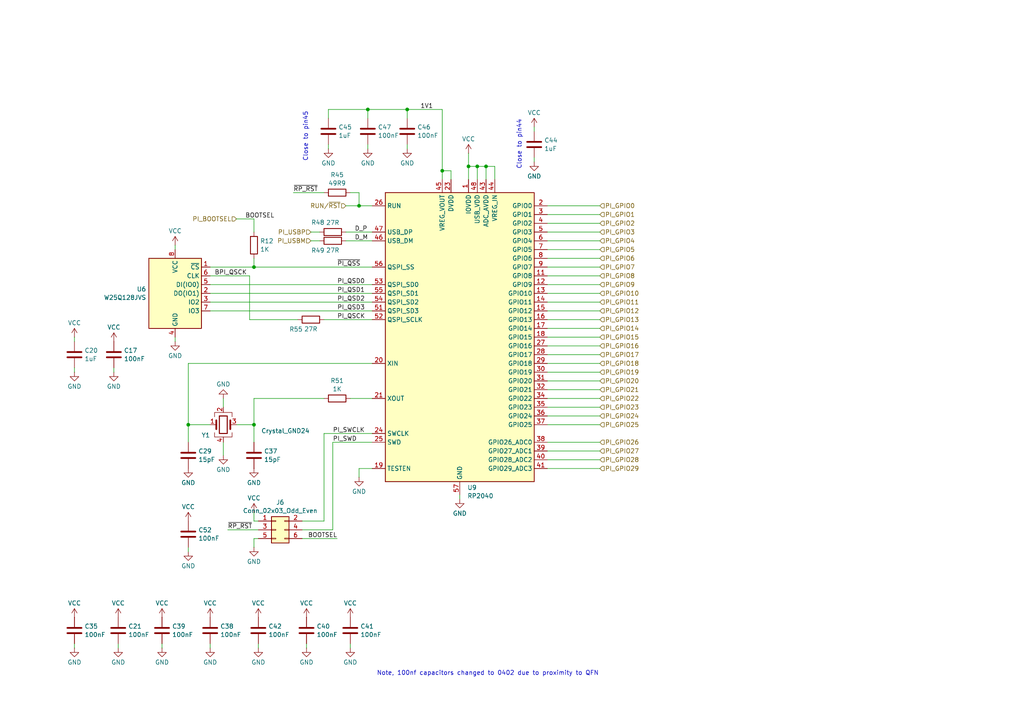
<source format=kicad_sch>
(kicad_sch (version 20250114) (generator "eeschema") (generator_version "9.0")
  (paper "A4")
  (lib_symbols
    (symbol "Connector_Generic:Conn_02x03_Odd_Even" (pin_names (offset 1.016) (hide yes))
      (property "Reference" "J" (at 1.27 5.08 0))
      (property "Value" "Conn_02x03_Odd_Even" (at 1.27 -5.08 0))
      (symbol "Conn_02x03_Odd_Even_1_1"
        (rectangle (start -1.27 3.81) (end 3.81 -3.81) (stroke (width 0.254)) (fill (type background)))
        (rectangle (start -1.27 2.667) (end 0 2.413) (stroke (width 0.1524)))
        (rectangle (start -1.27 0.127) (end 0 -0.127) (stroke (width 0.1524)))
        (rectangle (start -1.27 -2.413) (end 0 -2.667) (stroke (width 0.1524)))
        (rectangle (start 3.81 2.667) (end 2.54 2.413) (stroke (width 0.1524)))
        (rectangle (start 3.81 0.127) (end 2.54 -0.127) (stroke (width 0.1524)))
        (rectangle (start 3.81 -2.413) (end 2.54 -2.667) (stroke (width 0.1524)))
        (pin passive line (at -5.08 2.54 0) (length 3.81) (name "Pin_1") (number "1"))
        (pin passive line (at -5.08 0 0) (length 3.81) (name "Pin_3") (number "3"))
        (pin passive line (at -5.08 -2.54 0) (length 3.81) (name "Pin_5") (number "5"))
        (pin passive line (at 7.62 2.54 180) (length 3.81) (name "Pin_2") (number "2"))
        (pin passive line (at 7.62 0 180) (length 3.81) (name "Pin_4") (number "4"))
        (pin passive line (at 7.62 -2.54 180) (length 3.81) (name "Pin_6") (number "6"))
      )
    )
    (symbol "Device:C" (pin_numbers (hide yes)) (pin_names (offset 0.254))
      (property "Reference" "C" (at 0.635 2.54 0))
      (property "Value" "C" (at 0.635 -2.54 0))
      (symbol "C_0_1"
        (polyline (pts (xy -2.032 0.762) (xy 2.032 0.762)) (stroke (width 0.508)))
        (polyline (pts (xy -2.032 -0.762) (xy 2.032 -0.762)) (stroke (width 0.508)))
      )
      (symbol "C_1_1"
        (pin passive line (at 0 3.81 270) (length 2.794) (name "~") (number "1"))
        (pin passive line (at 0 -3.81 90) (length 2.794) (name "~") (number "2"))
      )
    )
    (symbol "Device:Crystal_GND24" (pin_names (offset 1.016) (hide yes))
      (property "Reference" "Y" (at 3.175 5.08 0))
      (property "Value" "Crystal_GND24" (at 3.175 3.175 0))
      (symbol "Crystal_GND24_0_1"
        (polyline (pts (xy -2.54 2.286) (xy -2.54 3.556) (xy 2.54 3.556) (xy 2.54 2.286)))
        (polyline (pts (xy -2.54 0) (xy -2.032 0)))
        (polyline (pts (xy -2.54 -2.286) (xy -2.54 -3.556) (xy 2.54 -3.556) (xy 2.54 -2.286)))
        (polyline (pts (xy -2.032 -1.27) (xy -2.032 1.27)) (stroke (width 0.508)))
        (rectangle (start -1.143 2.54) (end 1.143 -2.54) (stroke (width 0.3048)))
        (polyline (pts (xy 0 3.556) (xy 0 3.81)))
        (polyline (pts (xy 0 -3.81) (xy 0 -3.556)))
        (polyline (pts (xy 2.032 0) (xy 2.54 0)))
        (polyline (pts (xy 2.032 -1.27) (xy 2.032 1.27)) (stroke (width 0.508)))
      )
      (symbol "Crystal_GND24_1_1"
        (pin passive line (at -3.81 0 0) (length 1.27) (name "1") (number "1"))
        (pin passive line (at 0 5.08 270) (length 1.27) (name "2") (number "2"))
        (pin passive line (at 0 -5.08 90) (length 1.27) (name "4") (number "4"))
        (pin passive line (at 3.81 0 180) (length 1.27) (name "3") (number "3"))
      )
    )
    (symbol "Device:R" (pin_numbers (hide yes)) (pin_names (offset 0))
      (property "Reference" "R" (at 2.032 0 90))
      (property "Value" "R" (at 0 0 90))
      (symbol "R_0_1"
        (rectangle (start -1.016 -2.54) (end 1.016 2.54) (stroke (width 0.254)))
      )
      (symbol "R_1_1"
        (pin passive line (at 0 3.81 270) (length 1.27) (name "~") (number "1"))
        (pin passive line (at 0 -3.81 90) (length 1.27) (name "~") (number "2"))
      )
    )
    (symbol "MCU_RaspberryPi:RP2040"
      (property "Reference" "U" (at 17.78 45.72 0))
      (property "Value" "RP2040" (at 17.78 43.18 0))
      (symbol "RP2040_0_1"
        (rectangle (start -21.59 41.91) (end 21.59 -41.91) (stroke (width 0.254)) (fill (type background)))
      )
      (symbol "RP2040_1_1"
        (pin input line (at -25.4 38.1 0) (length 3.81) (name "RUN") (number "26"))
        (pin bidirectional line (at -25.4 30.48 0) (length 3.81) (name "USB_DP") (number "47"))
        (pin bidirectional line (at -25.4 27.94 0) (length 3.81) (name "USB_DM") (number "46"))
        (pin bidirectional line (at -25.4 20.32 0) (length 3.81) (name "QSPI_SS") (number "56"))
        (pin bidirectional line (at -25.4 15.24 0) (length 3.81) (name "QSPI_SD0") (number "53"))
        (pin bidirectional line (at -25.4 12.7 0) (length 3.81) (name "QSPI_SD1") (number "55"))
        (pin bidirectional line (at -25.4 10.16 0) (length 3.81) (name "QSPI_SD2") (number "54"))
        (pin bidirectional line (at -25.4 7.62 0) (length 3.81) (name "QSPI_SD3") (number "51"))
        (pin output line (at -25.4 5.08 0) (length 3.81) (name "QSPI_SCLK") (number "52"))
        (pin input line (at -25.4 -7.62 0) (length 3.81) (name "XIN") (number "20"))
        (pin passive line (at -25.4 -17.78 0) (length 3.81) (name "XOUT") (number "21"))
        (pin input line (at -25.4 -27.94 0) (length 3.81) (name "SWCLK") (number "24"))
        (pin bidirectional line (at -25.4 -30.48 0) (length 3.81) (name "SWD") (number "25"))
        (pin input line (at -25.4 -38.1 0) (length 3.81) (name "TESTEN") (number "19"))
        (pin power_out line (at -5.08 45.72 270) (length 3.81) (name "VREG_VOUT") (number "45"))
        (pin power_in line (at -2.54 45.72 270) (length 3.81) (name "DVDD") (number "23"))
        (pin passive line (at -2.54 45.72 270) (length 3.81) (hide yes) (name "DVDD") (number "50"))
        (pin power_in line (at 0 -45.72 90) (length 3.81) (name "GND") (number "57"))
        (pin power_in line (at 2.54 45.72 270) (length 3.81) (name "IOVDD") (number "1"))
        (pin passive line (at 2.54 45.72 270) (length 3.81) (hide yes) (name "IOVDD") (number "10"))
        (pin passive line (at 2.54 45.72 270) (length 3.81) (hide yes) (name "IOVDD") (number "22"))
        (pin passive line (at 2.54 45.72 270) (length 3.81) (hide yes) (name "IOVDD") (number "33"))
        (pin passive line (at 2.54 45.72 270) (length 3.81) (hide yes) (name "IOVDD") (number "42"))
        (pin passive line (at 2.54 45.72 270) (length 3.81) (hide yes) (name "IOVDD") (number "49"))
        (pin power_in line (at 5.08 45.72 270) (length 3.81) (name "USB_VDD") (number "48"))
        (pin power_in line (at 7.62 45.72 270) (length 3.81) (name "ADC_AVDD") (number "43"))
        (pin power_in line (at 10.16 45.72 270) (length 3.81) (name "VREG_IN") (number "44"))
        (pin bidirectional line (at 25.4 38.1 180) (length 3.81) (name "GPIO0") (number "2"))
        (pin bidirectional line (at 25.4 35.56 180) (length 3.81) (name "GPIO1") (number "3"))
        (pin bidirectional line (at 25.4 33.02 180) (length 3.81) (name "GPIO2") (number "4"))
        (pin bidirectional line (at 25.4 30.48 180) (length 3.81) (name "GPIO3") (number "5"))
        (pin bidirectional line (at 25.4 27.94 180) (length 3.81) (name "GPIO4") (number "6"))
        (pin bidirectional line (at 25.4 25.4 180) (length 3.81) (name "GPIO5") (number "7"))
        (pin bidirectional line (at 25.4 22.86 180) (length 3.81) (name "GPIO6") (number "8"))
        (pin bidirectional line (at 25.4 20.32 180) (length 3.81) (name "GPIO7") (number "9"))
        (pin bidirectional line (at 25.4 17.78 180) (length 3.81) (name "GPIO8") (number "11"))
        (pin bidirectional line (at 25.4 15.24 180) (length 3.81) (name "GPIO9") (number "12"))
        (pin bidirectional line (at 25.4 12.7 180) (length 3.81) (name "GPIO10") (number "13"))
        (pin bidirectional line (at 25.4 10.16 180) (length 3.81) (name "GPIO11") (number "14"))
        (pin bidirectional line (at 25.4 7.62 180) (length 3.81) (name "GPIO12") (number "15"))
        (pin bidirectional line (at 25.4 5.08 180) (length 3.81) (name "GPIO13") (number "16"))
        (pin bidirectional line (at 25.4 2.54 180) (length 3.81) (name "GPIO14") (number "17"))
        (pin bidirectional line (at 25.4 0 180) (length 3.81) (name "GPIO15") (number "18"))
        (pin bidirectional line (at 25.4 -2.54 180) (length 3.81) (name "GPIO16") (number "27"))
        (pin bidirectional line (at 25.4 -5.08 180) (length 3.81) (name "GPIO17") (number "28"))
        (pin bidirectional line (at 25.4 -7.62 180) (length 3.81) (name "GPIO18") (number "29"))
        (pin bidirectional line (at 25.4 -10.16 180) (length 3.81) (name "GPIO19") (number "30"))
        (pin bidirectional line (at 25.4 -12.7 180) (length 3.81) (name "GPIO20") (number "31"))
        (pin bidirectional line (at 25.4 -15.24 180) (length 3.81) (name "GPIO21") (number "32"))
        (pin bidirectional line (at 25.4 -17.78 180) (length 3.81) (name "GPIO22") (number "34"))
        (pin bidirectional line (at 25.4 -20.32 180) (length 3.81) (name "GPIO23") (number "35"))
        (pin bidirectional line (at 25.4 -22.86 180) (length 3.81) (name "GPIO24") (number "36"))
        (pin bidirectional line (at 25.4 -25.4 180) (length 3.81) (name "GPIO25") (number "37"))
        (pin bidirectional line (at 25.4 -30.48 180) (length 3.81) (name "GPIO26_ADC0") (number "38"))
        (pin bidirectional line (at 25.4 -33.02 180) (length 3.81) (name "GPIO27_ADC1") (number "39"))
        (pin bidirectional line (at 25.4 -35.56 180) (length 3.81) (name "GPIO28_ADC2") (number "40"))
        (pin bidirectional line (at 25.4 -38.1 180) (length 3.81) (name "GPIO29_ADC3") (number "41"))
      )
    )
    (symbol "Memory_Flash:W25Q128JVS"
      (property "Reference" "U" (at -6.35 11.43 0))
      (property "Value" "W25Q128JVS" (at 7.62 11.43 0))
      (symbol "W25Q128JVS_0_1"
        (rectangle (start -7.62 10.16) (end 7.62 -10.16) (stroke (width 0.254)) (fill (type background)))
      )
      (symbol "W25Q128JVS_1_1"
        (pin input line (at -10.16 7.62 0) (length 2.54) (name "~{CS}") (number "1"))
        (pin input line (at -10.16 5.08 0) (length 2.54) (name "CLK") (number "6"))
        (pin bidirectional line (at -10.16 2.54 0) (length 2.54) (name "DI(IO0)") (number "5"))
        (pin bidirectional line (at -10.16 0 0) (length 2.54) (name "DO(IO1)") (number "2"))
        (pin bidirectional line (at -10.16 -2.54 0) (length 2.54) (name "IO2") (number "3"))
        (pin bidirectional line (at -10.16 -5.08 0) (length 2.54) (name "IO3") (number "7"))
        (pin power_in line (at 0 12.7 270) (length 2.54) (name "VCC") (number "8"))
        (pin power_in line (at 0 -12.7 90) (length 2.54) (name "GND") (number "4"))
      )
    )
    (symbol "power:GND" (power) (pin_numbers (hide yes)) (pin_names (offset 0) (hide yes))
      (property "Value" "GND" (at 0 -3.81 0))
      (symbol "GND_0_1"
        (polyline (pts (xy 0 0) (xy 0 -1.27) (xy 1.27 -1.27) (xy 0 -2.54) (xy -1.27 -1.27) (xy 0 -1.27)))
      )
      (symbol "GND_1_1"
        (pin power_in line (at 0 0 270) (length 0) (name "~") (number "1"))
      )
    )
    (symbol "power:VCC" (power) (pin_numbers (hide yes)) (pin_names (offset 0) (hide yes))
      (property "Value" "VCC" (at 0 3.556 0))
      (symbol "VCC_0_1"
        (polyline (pts (xy -0.762 1.27) (xy 0 2.54)))
        (polyline (pts (xy 0 2.54) (xy 0.762 1.27)))
        (polyline (pts (xy 0 0) (xy 0 2.54)))
      )
      (symbol "VCC_1_1"
        (pin power_in line (at 0 0 90) (length 0) (name "~") (number "1"))
      )
    )
  )
  (text "Note, 100nf capacitors changed to 0402 due to proximity to QFN\n" (at 141.478 195.326 0) (effects (font (size 1.27 1.27))))
  (text "Close to pin45\n\n" (at 89.662 39.624 90) (effects (font (size 1.27 1.27))))
  (text "Close to pin44\n" (at 150.622 41.91 90) (effects (font (size 1.27 1.27))))
  (junction (at 54.61 123.19))
  (junction (at 104.14 59.69))
  (junction (at 140.97 48.26))
  (junction (at 73.66 123.19))
  (junction (at 118.11 31.75))
  (junction (at 106.68 31.75))
  (junction (at 138.43 48.26))
  (junction (at 73.66 77.47))
  (junction (at 128.27 49.53))
  (junction (at 135.89 48.26))
  (wire (pts (xy 158.75 97.79) (xy 173.99 97.79)))
  (wire (pts (xy 158.75 113.03) (xy 173.99 113.03)))
  (wire (pts (xy 73.66 156.21) (xy 73.66 158.75)))
  (wire (pts (xy 158.75 62.23) (xy 173.99 62.23)))
  (wire (pts (xy 74.93 186.69) (xy 74.93 187.96)))
  (wire (pts (xy 158.75 80.01) (xy 173.99 80.01)))
  (wire (pts (xy 140.97 48.26) (xy 143.51 48.26)))
  (wire (pts (xy 158.75 74.93) (xy 173.99 74.93)))
  (wire (pts (xy 50.8 71.12) (xy 50.8 72.39)))
  (wire (pts (xy 158.75 102.87) (xy 173.99 102.87)))
  (wire (pts (xy 60.96 90.17) (xy 107.95 90.17)))
  (wire (pts (xy 64.77 128.27) (xy 64.77 132.08)))
  (wire (pts (xy 100.33 67.31) (xy 107.95 67.31)))
  (wire (pts (xy 158.75 59.69) (xy 173.99 59.69)))
  (wire (pts (xy 158.75 123.19) (xy 173.99 123.19)))
  (wire (pts (xy 104.14 59.69) (xy 107.95 59.69)))
  (wire (pts (xy 95.25 31.75) (xy 95.25 34.29)))
  (wire (pts (xy 138.43 48.26) (xy 135.89 48.26)))
  (wire (pts (xy 118.11 31.75) (xy 118.11 34.29)))
  (wire (pts (xy 158.75 118.11) (xy 173.99 118.11)))
  (wire (pts (xy 130.81 49.53) (xy 128.27 49.53)))
  (wire (pts (xy 100.33 59.69) (xy 104.14 59.69)))
  (wire (pts (xy 101.6 55.88) (xy 104.14 55.88)))
  (wire (pts (xy 93.98 151.13) (xy 93.98 125.73)))
  (wire (pts (xy 72.39 92.71) (xy 86.36 92.71)))
  (wire (pts (xy 21.59 107.95) (xy 21.59 106.68)))
  (wire (pts (xy 158.75 92.71) (xy 173.99 92.71)))
  (wire (pts (xy 74.93 156.21) (xy 73.66 156.21)))
  (wire (pts (xy 106.68 41.91) (xy 106.68 43.18)))
  (wire (pts (xy 60.96 186.69) (xy 60.96 187.96)))
  (wire (pts (xy 96.52 128.27) (xy 96.52 153.67)))
  (wire (pts (xy 158.75 115.57) (xy 173.99 115.57)))
  (wire (pts (xy 54.61 123.19) (xy 54.61 128.27)))
  (wire (pts (xy 74.93 151.13) (xy 73.66 151.13)))
  (wire (pts (xy 100.33 69.85) (xy 107.95 69.85)))
  (wire (pts (xy 68.58 123.19) (xy 73.66 123.19)))
  (wire (pts (xy 135.89 48.26) (xy 135.89 52.07)))
  (wire (pts (xy 133.35 143.51) (xy 133.35 144.78)))
  (wire (pts (xy 158.75 64.77) (xy 173.99 64.77)))
  (wire (pts (xy 73.66 77.47) (xy 107.95 77.47)))
  (wire (pts (xy 158.75 72.39) (xy 173.99 72.39)))
  (wire (pts (xy 158.75 120.65) (xy 173.99 120.65)))
  (wire (pts (xy 64.77 115.57) (xy 64.77 118.11)))
  (wire (pts (xy 158.75 77.47) (xy 173.99 77.47)))
  (wire (pts (xy 101.6 186.69) (xy 101.6 187.96)))
  (wire (pts (xy 140.97 52.07) (xy 140.97 48.26)))
  (wire (pts (xy 93.98 125.73) (xy 107.95 125.73)))
  (wire (pts (xy 158.75 105.41) (xy 173.99 105.41)))
  (wire (pts (xy 104.14 59.69) (xy 104.14 55.88)))
  (wire (pts (xy 73.66 63.5) (xy 73.66 67.31)))
  (wire (pts (xy 21.59 97.79) (xy 21.59 99.06)))
  (wire (pts (xy 158.75 130.81) (xy 173.99 130.81)))
  (wire (pts (xy 21.59 186.69) (xy 21.59 187.96)))
  (wire (pts (xy 158.75 128.27) (xy 173.99 128.27)))
  (wire (pts (xy 73.66 123.19) (xy 73.66 128.27)))
  (wire (pts (xy 73.66 115.57) (xy 73.66 123.19)))
  (wire (pts (xy 73.66 74.93) (xy 73.66 77.47)))
  (wire (pts (xy 96.52 128.27) (xy 107.95 128.27)))
  (wire (pts (xy 60.96 85.09) (xy 107.95 85.09)))
  (wire (pts (xy 154.94 36.83) (xy 154.94 38.1)))
  (wire (pts (xy 158.75 67.31) (xy 173.99 67.31)))
  (wire (pts (xy 158.75 110.49) (xy 173.99 110.49)))
  (wire (pts (xy 73.66 151.13) (xy 73.66 148.59)))
  (wire (pts (xy 72.39 92.71) (xy 72.39 80.01)))
  (wire (pts (xy 68.58 63.5) (xy 73.66 63.5)))
  (wire (pts (xy 87.63 151.13) (xy 93.98 151.13)))
  (wire (pts (xy 87.63 156.21) (xy 97.79 156.21)))
  (wire (pts (xy 158.75 95.25) (xy 173.99 95.25)))
  (wire (pts (xy 106.68 31.75) (xy 118.11 31.75)))
  (wire (pts (xy 60.96 87.63) (xy 107.95 87.63)))
  (wire (pts (xy 118.11 41.91) (xy 118.11 43.18)))
  (wire (pts (xy 66.04 153.67) (xy 74.93 153.67)))
  (wire (pts (xy 158.75 82.55) (xy 173.99 82.55)))
  (wire (pts (xy 140.97 48.26) (xy 138.43 48.26)))
  (wire (pts (xy 107.95 135.89) (xy 104.14 135.89)))
  (wire (pts (xy 93.98 92.71) (xy 107.95 92.71)))
  (wire (pts (xy 158.75 135.89) (xy 173.99 135.89)))
  (wire (pts (xy 54.61 123.19) (xy 60.96 123.19)))
  (wire (pts (xy 104.14 135.89) (xy 104.14 138.43)))
  (wire (pts (xy 158.75 87.63) (xy 173.99 87.63)))
  (wire (pts (xy 90.17 67.31) (xy 92.71 67.31)))
  (wire (pts (xy 33.02 106.68) (xy 33.02 107.95)))
  (wire (pts (xy 130.81 52.07) (xy 130.81 49.53)))
  (wire (pts (xy 50.8 97.79) (xy 50.8 99.06)))
  (wire (pts (xy 54.61 158.75) (xy 54.61 160.02)))
  (wire (pts (xy 60.96 77.47) (xy 73.66 77.47)))
  (wire (pts (xy 158.75 100.33) (xy 173.99 100.33)))
  (wire (pts (xy 54.61 105.41) (xy 54.61 123.19)))
  (wire (pts (xy 158.75 133.35) (xy 173.99 133.35)))
  (wire (pts (xy 128.27 49.53) (xy 128.27 52.07)))
  (wire (pts (xy 72.39 80.01) (xy 60.96 80.01)))
  (wire (pts (xy 34.29 186.69) (xy 34.29 187.96)))
  (wire (pts (xy 107.95 105.41) (xy 54.61 105.41)))
  (wire (pts (xy 96.52 153.67) (xy 87.63 153.67)))
  (wire (pts (xy 95.25 43.18) (xy 95.25 41.91)))
  (wire (pts (xy 60.96 82.55) (xy 107.95 82.55)))
  (wire (pts (xy 128.27 49.53) (xy 128.27 31.75)))
  (wire (pts (xy 95.25 31.75) (xy 106.68 31.75)))
  (wire (pts (xy 101.6 115.57) (xy 107.95 115.57)))
  (wire (pts (xy 118.11 31.75) (xy 128.27 31.75)))
  (wire (pts (xy 158.75 107.95) (xy 173.99 107.95)))
  (wire (pts (xy 93.98 115.57) (xy 73.66 115.57)))
  (wire (pts (xy 154.94 46.99) (xy 154.94 45.72)))
  (wire (pts (xy 135.89 44.45) (xy 135.89 48.26)))
  (wire (pts (xy 143.51 48.26) (xy 143.51 52.07)))
  (wire (pts (xy 158.75 69.85) (xy 173.99 69.85)))
  (wire (pts (xy 158.75 85.09) (xy 173.99 85.09)))
  (wire (pts (xy 46.99 186.69) (xy 46.99 187.96)))
  (wire (pts (xy 158.75 90.17) (xy 173.99 90.17)))
  (wire (pts (xy 88.9 186.69) (xy 88.9 187.96)))
  (wire (pts (xy 138.43 48.26) (xy 138.43 52.07)))
  (wire (pts (xy 85.09 55.88) (xy 93.98 55.88)))
  (wire (pts (xy 106.68 31.75) (xy 106.68 34.29)))
  (wire (pts (xy 90.17 69.85) (xy 92.71 69.85)))
  (label "~{RP_RST}" (at 66.04 153.67 0))
  (label "PI_QSCK" (at 97.79 92.71 0))
  (label "BOOTSEL" (at 97.79 156.21 180))
  (label "~{PI_QSS}" (at 97.79 77.47 0))
  (label "BOOTSEL" (at 71.12 63.5 0))
  (label "PI_SWD" (at 96.52 128.27 0))
  (label "PI_QSD2" (at 97.79 87.63 0))
  (label "D_M" (at 102.87 69.85 0))
  (label "BPI_QSCK" (at 62.23 80.01 0))
  (label "PI_SWCLK" (at 96.52 125.73 0))
  (label "PI_QSD3" (at 97.79 90.17 0))
  (label "1V1" (at 121.92 31.75 0))
  (label "PI_QSD1" (at 97.79 85.09 0))
  (label "~{RP_RST}" (at 85.09 55.88 0))
  (label "PI_QSD0" (at 97.79 82.55 0))
  (label "D_P" (at 102.87 67.31 0))
  (hierarchical_label "PI_GPIO27" (shape input) (at 173.99 130.81 0))
  (hierarchical_label "PI_BOOTSEL" (shape input) (at 68.58 63.5 180))
  (hierarchical_label "PI_GPIO28" (shape input) (at 173.99 133.35 0))
  (hierarchical_label "PI_GPIO12" (shape input) (at 173.99 90.17 0))
  (hierarchical_label "PI_GPIO18" (shape input) (at 173.99 105.41 0))
  (hierarchical_label "PI_GPIO16" (shape input) (at 173.99 100.33 0))
  (hierarchical_label "PI_GPIO29" (shape input) (at 173.99 135.89 0))
  (hierarchical_label "PI_GPIO1" (shape input) (at 173.99 62.23 0))
  (hierarchical_label "PI_GPIO25" (shape input) (at 173.99 123.19 0))
  (hierarchical_label "PI_GPIO7" (shape input) (at 173.99 77.47 0))
  (hierarchical_label "PI_GPIO11" (shape input) (at 173.99 87.63 0))
  (hierarchical_label "PI_GPIO13" (shape input) (at 173.99 92.71 0))
  (hierarchical_label "PI_GPIO0" (shape input) (at 173.99 59.69 0))
  (hierarchical_label "PI_GPIO17" (shape input) (at 173.99 102.87 0))
  (hierarchical_label "PI_GPIO21" (shape input) (at 173.99 113.03 0))
  (hierarchical_label "PI_GPIO10" (shape input) (at 173.99 85.09 0))
  (hierarchical_label "PI_GPIO4" (shape input) (at 173.99 69.85 0))
  (hierarchical_label "PI_GPIO23" (shape input) (at 173.99 118.11 0))
  (hierarchical_label "PI_GPIO15" (shape input) (at 173.99 97.79 0))
  (hierarchical_label "PI_USBP" (shape input) (at 90.17 67.31 180))
  (hierarchical_label "PI_GPIO20" (shape input) (at 173.99 110.49 0))
  (hierarchical_label "PI_GPIO3" (shape input) (at 173.99 67.31 0))
  (hierarchical_label "PI_GPIO26" (shape input) (at 173.99 128.27 0))
  (hierarchical_label "PI_GPIO6" (shape input) (at 173.99 74.93 0))
  (hierarchical_label "PI_GPIO2" (shape input) (at 173.99 64.77 0))
  (hierarchical_label "PI_GPIO14" (shape input) (at 173.99 95.25 0))
  (hierarchical_label "PI_GPIO9" (shape input) (at 173.99 82.55 0))
  (hierarchical_label "PI_USBM" (shape input) (at 90.17 69.85 180))
  (hierarchical_label "PI_GPIO5" (shape input) (at 173.99 72.39 0))
  (hierarchical_label "PI_GPIO8" (shape input) (at 173.99 80.01 0))
  (hierarchical_label "PI_GPIO24" (shape input) (at 173.99 120.65 0))
  (hierarchical_label "RUN{slash}~{RST}" (shape input) (at 100.33 59.69 180))
  (hierarchical_label "PI_GPIO19" (shape input) (at 173.99 107.95 0))
  (hierarchical_label "PI_GPIO22" (shape input) (at 173.99 115.57 0))
  (symbol (lib_id "MCU_RaspberryPi:RP2040") (at 133.35 97.79 0) (unit 1)
    (property "Reference" "U9" (at 135.5441 141.4201 0) (effects (justify left)))
    (property "Value" "RP2040" (at 135.5441 143.8444 0) (effects (justify left)))
    (property "Footprint" "Package_DFN_QFN:QFN-56-1EP_7x7mm_P0.4mm_EP3.2x3.2mm" (effects (hide yes)))
    (property "Datasheet" "https://datasheets.raspberrypi.com/rp2040/rp2040-datasheet.pdf" (effects (hide yes)))
    (property "Description" "A microcontroller by Raspberry Pi" (effects (hide yes)))
  )
  (symbol (lib_id "power:VCC") (at 34.29 179.07 0) (unit 1)
    (property "Reference" "#PWR047" (effects (hide yes)))
    (property "Value" "VCC" (at 34.29 174.9369 0))
    (property "Description" "Power symbol creates a global label with name \"VCC\"" (effects (hide yes)))
  )
  (symbol (lib_id "power:VCC") (at 46.99 179.07 0) (unit 1)
    (property "Reference" "#PWR049" (effects (hide yes)))
    (property "Value" "VCC" (at 46.99 174.9369 0))
    (property "Description" "Power symbol creates a global label with name \"VCC\"" (effects (hide yes)))
  )
  (symbol (lib_id "Device:C") (at 73.66 132.08 0) (unit 1)
    (property "Reference" "C37" (at 76.581 130.8678 0) (effects (justify left)))
    (property "Value" "15pF" (at 76.581 133.2921 0) (effects (justify left)))
    (property "Footprint" "Capacitor_SMD:C_0603_1608Metric_Pad1.08x0.95mm_HandSolder" (effects (hide yes)))
    (property "Description" "Unpolarized capacitor" (effects (hide yes)))
    (property "LCSC" "C1644" (effects (hide yes)))
  )
  (symbol (lib_id "power:GND") (at 54.61 160.02 0) (unit 1)
    (property "Reference" "#PWR072" (effects (hide yes)))
    (property "Value" "GND" (at 54.61 164.1531 0))
    (property "Description" "Power symbol creates a global label with name \"GND\" , ground" (effects (hide yes)))
  )
  (symbol (lib_id "Device:C") (at 33.02 102.87 0) (unit 1)
    (property "Reference" "C17" (at 35.941 101.6578 0) (effects (justify left)))
    (property "Value" "100nF" (at 35.941 104.0821 0) (effects (justify left)))
    (property "Footprint" "Capacitor_SMD:C_0402_1005Metric_Pad0.74x0.62mm_HandSolder" (effects (hide yes)))
    (property "Description" "Unpolarized capacitor" (effects (hide yes)))
    (property "LCSC" "C1525" (effects (hide yes)))
  )
  (symbol (lib_id "Device:C") (at 46.99 182.88 0) (unit 1)
    (property "Reference" "C39" (at 49.911 181.6678 0) (effects (justify left)))
    (property "Value" "100nF" (at 49.911 184.0921 0) (effects (justify left)))
    (property "Footprint" "Capacitor_SMD:C_0402_1005Metric_Pad0.74x0.62mm_HandSolder" (effects (hide yes)))
    (property "Description" "Unpolarized capacitor" (effects (hide yes)))
    (property "LCSC" "C1525" (effects (hide yes)))
  )
  (symbol (lib_id "power:GND") (at 64.77 115.57 180) (unit 1)
    (property "Reference" "#PWR0117" (effects (hide yes)))
    (property "Value" "GND" (at 64.77 111.4369 0))
    (property "Description" "Power symbol creates a global label with name \"GND\" , ground" (effects (hide yes)))
  )
  (symbol (lib_id "Device:C") (at 34.29 182.88 0) (unit 1)
    (property "Reference" "C21" (at 37.211 181.6678 0) (effects (justify left)))
    (property "Value" "100nF" (at 37.211 184.0921 0) (effects (justify left)))
    (property "Footprint" "Capacitor_SMD:C_0402_1005Metric_Pad0.74x0.62mm_HandSolder" (effects (hide yes)))
    (property "Description" "Unpolarized capacitor" (effects (hide yes)))
    (property "LCSC" "C1525" (effects (hide yes)))
  )
  (symbol (lib_id "Device:C") (at 118.11 38.1 0) (unit 1)
    (property "Reference" "C46" (at 121.031 36.8878 0) (effects (justify left)))
    (property "Value" "100nF" (at 121.031 39.3121 0) (effects (justify left)))
    (property "Footprint" "Capacitor_SMD:C_0402_1005Metric_Pad0.74x0.62mm_HandSolder" (effects (hide yes)))
    (property "Description" "Unpolarized capacitor" (effects (hide yes)))
    (property "LCSC" "C1525" (effects (hide yes)))
  )
  (symbol (lib_id "power:GND") (at 73.66 158.75 0) (unit 1)
    (property "Reference" "#PWR068" (effects (hide yes)))
    (property "Value" "GND" (at 73.66 162.8831 0))
    (property "Description" "Power symbol creates a global label with name \"GND\" , ground" (effects (hide yes)))
  )
  (symbol (lib_id "power:GND") (at 64.77 132.08 0) (unit 1)
    (property "Reference" "#PWR064" (effects (hide yes)))
    (property "Value" "GND" (at 64.77 136.2131 0))
    (property "Description" "Power symbol creates a global label with name \"GND\" , ground" (effects (hide yes)))
  )
  (symbol (lib_id "power:VCC") (at 33.02 99.06 0) (unit 1)
    (property "Reference" "#PWR059" (effects (hide yes)))
    (property "Value" "VCC" (at 33.02 94.9269 0))
    (property "Description" "Power symbol creates a global label with name \"VCC\"" (effects (hide yes)))
  )
  (symbol (lib_id "Device:R") (at 73.66 71.12 0) (unit 1)
    (property "Reference" "R12" (at 75.438 69.9078 0) (effects (justify left)))
    (property "Value" "1K" (at 75.438 72.3321 0) (effects (justify left)))
    (property "Footprint" "Resistor_SMD:R_0603_1608Metric_Pad0.98x0.95mm_HandSolder" (effects (hide yes)))
    (property "Description" "Resistor" (effects (hide yes)))
    (property "LCSC" "C21190" (effects (hide yes)))
  )
  (symbol (lib_id "power:GND") (at 74.93 187.96 0) (unit 1)
    (property "Reference" "#PWR054" (effects (hide yes)))
    (property "Value" "GND" (at 74.93 192.0931 0))
    (property "Description" "Power symbol creates a global label with name \"GND\" , ground" (effects (hide yes)))
  )
  (symbol (lib_id "Device:C") (at 154.94 41.91 0) (unit 1)
    (property "Reference" "C44" (at 157.861 40.6978 0) (effects (justify left)))
    (property "Value" "1uF" (at 157.861 43.1221 0) (effects (justify left)))
    (property "Footprint" "Capacitor_SMD:C_0402_1005Metric_Pad0.74x0.62mm_HandSolder" (effects (hide yes)))
    (property "Description" "Unpolarized capacitor" (effects (hide yes)))
    (property "LCSC" "C52923" (effects (hide yes)))
  )
  (symbol (lib_id "power:GND") (at 21.59 107.95 0) (unit 1)
    (property "Reference" "#PWR0114" (effects (hide yes)))
    (property "Value" "GND" (at 21.59 112.0831 0))
    (property "Description" "Power symbol creates a global label with name \"GND\" , ground" (effects (hide yes)))
  )
  (symbol (lib_id "Device:C") (at 21.59 102.87 0) (unit 1)
    (property "Reference" "C20" (at 24.511 101.6578 0) (effects (justify left)))
    (property "Value" "1uF" (at 24.511 104.0821 0) (effects (justify left)))
    (property "Footprint" "Capacitor_SMD:C_0402_1005Metric_Pad0.74x0.62mm_HandSolder" (effects (hide yes)))
    (property "Description" "Unpolarized capacitor" (effects (hide yes)))
    (property "LCSC" "C52923" (effects (hide yes)))
  )
  (symbol (lib_id "power:VCC") (at 50.8 71.12 0) (unit 1)
    (property "Reference" "#PWR061" (effects (hide yes)))
    (property "Value" "VCC" (at 50.8 66.9869 0))
    (property "Description" "Power symbol creates a global label with name \"VCC\"" (effects (hide yes)))
  )
  (symbol (lib_id "power:GND") (at 21.59 187.96 0) (unit 1)
    (property "Reference" "#PWR039" (effects (hide yes)))
    (property "Value" "GND" (at 21.59 192.0931 0))
    (property "Description" "Power symbol creates a global label with name \"GND\" , ground" (effects (hide yes)))
  )
  (symbol (lib_id "power:GND") (at 50.8 99.06 0) (unit 1)
    (property "Reference" "#PWR062" (effects (hide yes)))
    (property "Value" "GND" (at 50.8 103.1931 0))
    (property "Description" "Power symbol creates a global label with name \"GND\" , ground" (effects (hide yes)))
  )
  (symbol (lib_id "power:GND") (at 101.6 187.96 0) (unit 1)
    (property "Reference" "#PWR058" (effects (hide yes)))
    (property "Value" "GND" (at 101.6 192.0931 0))
    (property "Description" "Power symbol creates a global label with name \"GND\" , ground" (effects (hide yes)))
  )
  (symbol (lib_id "power:GND") (at 95.25 43.18 0) (unit 1)
    (property "Reference" "#PWR045" (effects (hide yes)))
    (property "Value" "GND" (at 95.25 47.3131 0))
    (property "Description" "Power symbol creates a global label with name \"GND\" , ground" (effects (hide yes)))
  )
  (symbol (lib_id "Device:C") (at 88.9 182.88 0) (unit 1)
    (property "Reference" "C40" (at 91.821 181.6678 0) (effects (justify left)))
    (property "Value" "100nF" (at 91.821 184.0921 0) (effects (justify left)))
    (property "Footprint" "Capacitor_SMD:C_0402_1005Metric_Pad0.74x0.62mm_HandSolder" (effects (hide yes)))
    (property "Description" "Unpolarized capacitor" (effects (hide yes)))
    (property "LCSC" "C1525" (effects (hide yes)))
  )
  (symbol (lib_id "power:VCC") (at 154.94 36.83 0) (unit 1)
    (property "Reference" "#PWR046" (effects (hide yes)))
    (property "Value" "VCC" (at 154.94 32.6969 0))
    (property "Description" "Power symbol creates a global label with name \"VCC\"" (effects (hide yes)))
  )
  (symbol (lib_id "power:GND") (at 54.61 135.89 0) (unit 1)
    (property "Reference" "#PWR066" (effects (hide yes)))
    (property "Value" "GND" (at 54.61 140.0231 0))
    (property "Description" "Power symbol creates a global label with name \"GND\" , ground" (effects (hide yes)))
  )
  (symbol (lib_id "Device:C") (at 74.93 182.88 0) (unit 1)
    (property "Reference" "C42" (at 77.851 181.6678 0) (effects (justify left)))
    (property "Value" "100nF" (at 77.851 184.0921 0) (effects (justify left)))
    (property "Footprint" "Capacitor_SMD:C_0402_1005Metric_Pad0.74x0.62mm_HandSolder" (effects (hide yes)))
    (property "Description" "Unpolarized capacitor" (effects (hide yes)))
    (property "LCSC" "C1525" (effects (hide yes)))
  )
  (symbol (lib_id "Device:C") (at 101.6 182.88 0) (unit 1)
    (property "Reference" "C41" (at 104.521 181.6678 0) (effects (justify left)))
    (property "Value" "100nF" (at 104.521 184.0921 0) (effects (justify left)))
    (property "Footprint" "Capacitor_SMD:C_0402_1005Metric_Pad0.74x0.62mm_HandSolder" (effects (hide yes)))
    (property "Description" "Unpolarized capacitor" (effects (hide yes)))
    (property "LCSC" "C1525" (effects (hide yes)))
  )
  (symbol (lib_id "power:GND") (at 73.66 135.89 0) (unit 1)
    (property "Reference" "#PWR065" (effects (hide yes)))
    (property "Value" "GND" (at 73.66 140.0231 0))
    (property "Description" "Power symbol creates a global label with name \"GND\" , ground" (effects (hide yes)))
  )
  (symbol (lib_id "Device:R") (at 97.79 115.57 270) (unit 1)
    (property "Reference" "R51" (at 97.79 110.4095 90))
    (property "Value" "1K" (at 97.79 112.8338 90))
    (property "Footprint" "Resistor_SMD:R_0603_1608Metric_Pad0.98x0.95mm_HandSolder" (effects (hide yes)))
    (property "Description" "Resistor" (effects (hide yes)))
    (property "LCSC" "C21190" (effects (hide yes)))
  )
  (symbol (lib_id "power:GND") (at 106.68 43.18 0) (unit 1)
    (property "Reference" "#PWR042" (effects (hide yes)))
    (property "Value" "GND" (at 106.68 47.3131 0))
    (property "Description" "Power symbol creates a global label with name \"GND\" , ground" (effects (hide yes)))
  )
  (symbol (lib_id "Device:C") (at 95.25 38.1 0) (unit 1)
    (property "Reference" "C45" (at 98.171 36.8878 0) (effects (justify left)))
    (property "Value" "1uF" (at 98.171 39.3121 0) (effects (justify left)))
    (property "Footprint" "Capacitor_SMD:C_0402_1005Metric_Pad0.74x0.62mm_HandSolder" (effects (hide yes)))
    (property "Description" "Unpolarized capacitor" (effects (hide yes)))
    (property "LCSC" "C52923" (effects (hide yes)))
  )
  (symbol (lib_id "power:GND") (at 104.14 138.43 0) (unit 1)
    (property "Reference" "#PWR063" (effects (hide yes)))
    (property "Value" "GND" (at 104.14 142.5631 0))
    (property "Description" "Power symbol creates a global label with name \"GND\" , ground" (effects (hide yes)))
  )
  (symbol (lib_id "power:VCC") (at 73.66 148.59 0) (unit 1)
    (property "Reference" "#PWR070" (effects (hide yes)))
    (property "Value" "VCC" (at 73.66 144.4569 0))
    (property "Description" "Power symbol creates a global label with name \"VCC\"" (effects (hide yes)))
  )
  (symbol (lib_id "Device:C") (at 54.61 132.08 0) (unit 1)
    (property "Reference" "C29" (at 57.531 130.8678 0) (effects (justify left)))
    (property "Value" "15pF" (at 57.531 133.2921 0) (effects (justify left)))
    (property "Footprint" "Capacitor_SMD:C_0603_1608Metric_Pad1.08x0.95mm_HandSolder" (effects (hide yes)))
    (property "Description" "Unpolarized capacitor" (effects (hide yes)))
    (property "LCSC" "C1644" (effects (hide yes)))
  )
  (symbol (lib_id "power:GND") (at 118.11 43.18 0) (unit 1)
    (property "Reference" "#PWR041" (effects (hide yes)))
    (property "Value" "GND" (at 118.11 47.3131 0))
    (property "Description" "Power symbol creates a global label with name \"GND\" , ground" (effects (hide yes)))
  )
  (symbol (lib_id "power:GND") (at 88.9 187.96 0) (unit 1)
    (property "Reference" "#PWR056" (effects (hide yes)))
    (property "Value" "GND" (at 88.9 192.0931 0))
    (property "Description" "Power symbol creates a global label with name \"GND\" , ground" (effects (hide yes)))
  )
  (symbol (lib_id "Device:R") (at 96.52 67.31 90) (unit 1)
    (property "Reference" "R48" (at 92.202 64.516 90))
    (property "Value" "27R" (at 96.52 64.5738 90))
    (property "Footprint" "Resistor_SMD:R_0402_1005Metric_Pad0.72x0.64mm_HandSolder" (effects (hide yes)))
    (property "Description" "Resistor" (effects (hide yes)))
    (property "LCSC" "C25100" (effects (hide yes)))
  )
  (symbol (lib_id "power:VCC") (at 21.59 179.07 0) (unit 1)
    (property "Reference" "#PWR038" (effects (hide yes)))
    (property "Value" "VCC" (at 21.59 174.9369 0))
    (property "Description" "Power symbol creates a global label with name \"VCC\"" (effects (hide yes)))
  )
  (symbol (lib_id "Device:C") (at 60.96 182.88 0) (unit 1)
    (property "Reference" "C38" (at 63.881 181.6678 0) (effects (justify left)))
    (property "Value" "100nF" (at 63.881 184.0921 0) (effects (justify left)))
    (property "Footprint" "Capacitor_SMD:C_0402_1005Metric_Pad0.74x0.62mm_HandSolder" (effects (hide yes)))
    (property "Description" "Unpolarized capacitor" (effects (hide yes)))
    (property "LCSC" "C1525" (effects (hide yes)))
  )
  (symbol (lib_id "Device:Crystal_GND24") (at 64.77 123.19 0) (unit 1)
    (property "Reference" "Y1" (at 59.69 126.238 0))
    (property "Value" "Crystal_GND24" (at 82.804 124.968 0))
    (property "Footprint" "Crystal:Crystal_SMD_Abracon_ABM8G-4Pin_3.2x2.5mm" (effects (hide yes)))
    (property "Description" "Four pin crystal, GND on pins 2 and 4" (effects (hide yes)))
    (property "LCSC" "C20625731" (effects (hide yes)))
  )
  (symbol (lib_id "Device:R") (at 96.52 69.85 90) (mirror x) (unit 1)
    (property "Reference" "R49" (at 92.202 72.644 90))
    (property "Value" "27R" (at 96.52 72.5862 90))
    (property "Footprint" "Resistor_SMD:R_0402_1005Metric_Pad0.72x0.64mm_HandSolder" (effects (hide yes)))
    (property "Description" "Resistor" (effects (hide yes)))
    (property "LCSC" "C25100" (effects (hide yes)))
  )
  (symbol (lib_id "power:VCC") (at 135.89 44.45 0) (unit 1)
    (property "Reference" "#PWR043" (effects (hide yes)))
    (property "Value" "VCC" (at 135.89 40.3169 0))
    (property "Description" "Power symbol creates a global label with name \"VCC\"" (effects (hide yes)))
  )
  (symbol (lib_id "Memory_Flash:W25Q128JVS") (at 50.8 85.09 0) (mirror y) (unit 1)
    (property "Reference" "U6" (at 42.4181 83.8778 0) (effects (justify left)))
    (property "Value" "W25Q128JVS" (at 42.4181 86.3021 0) (effects (justify left)))
    (property "Footprint" "Package_SO:SOIC-8_5.23x5.23mm_P1.27mm" (effects (hide yes)))
    (property "Datasheet" "https://www.winbond.com/resource-files/w25q128jv_dtr%20revc%2003272018%20plus.pdf" (effects (hide yes)))
    (property "Description" "128Mb Serial Flash Memory, Standard/Dual/Quad SPI, SOIC-8" (effects (hide yes)))
  )
  (symbol (lib_id "power:GND") (at 34.29 187.96 0) (unit 1)
    (property "Reference" "#PWR048" (effects (hide yes)))
    (property "Value" "GND" (at 34.29 192.0931 0))
    (property "Description" "Power symbol creates a global label with name \"GND\" , ground" (effects (hide yes)))
  )
  (symbol (lib_id "Device:C") (at 106.68 38.1 0) (unit 1)
    (property "Reference" "C47" (at 109.601 36.8878 0) (effects (justify left)))
    (property "Value" "100nF" (at 109.601 39.3121 0) (effects (justify left)))
    (property "Footprint" "Capacitor_SMD:C_0402_1005Metric_Pad0.74x0.62mm_HandSolder" (effects (hide yes)))
    (property "Description" "Unpolarized capacitor" (effects (hide yes)))
    (property "LCSC" "C1525" (effects (hide yes)))
  )
  (symbol (lib_id "Device:C") (at 21.59 182.88 0) (unit 1)
    (property "Reference" "C35" (at 24.511 181.6678 0) (effects (justify left)))
    (property "Value" "100nF" (at 24.511 184.0921 0) (effects (justify left)))
    (property "Footprint" "Capacitor_SMD:C_0402_1005Metric_Pad0.74x0.62mm_HandSolder" (effects (hide yes)))
    (property "Description" "Unpolarized capacitor" (effects (hide yes)))
    (property "LCSC" "C1525" (effects (hide yes)))
  )
  (symbol (lib_id "power:VCC") (at 88.9 179.07 0) (unit 1)
    (property "Reference" "#PWR055" (effects (hide yes)))
    (property "Value" "VCC" (at 88.9 174.9369 0))
    (property "Description" "Power symbol creates a global label with name \"VCC\"" (effects (hide yes)))
  )
  (symbol (lib_id "power:VCC") (at 74.93 179.07 0) (unit 1)
    (property "Reference" "#PWR053" (effects (hide yes)))
    (property "Value" "VCC" (at 74.93 174.9369 0))
    (property "Description" "Power symbol creates a global label with name \"VCC\"" (effects (hide yes)))
  )
  (symbol (lib_id "power:GND") (at 60.96 187.96 0) (unit 1)
    (property "Reference" "#PWR052" (effects (hide yes)))
    (property "Value" "GND" (at 60.96 192.0931 0))
    (property "Description" "Power symbol creates a global label with name \"GND\" , ground" (effects (hide yes)))
  )
  (symbol (lib_id "power:VCC") (at 21.59 97.79 0) (unit 1)
    (property "Reference" "#PWR069" (effects (hide yes)))
    (property "Value" "VCC" (at 21.59 93.6569 0))
    (property "Description" "Power symbol creates a global label with name \"VCC\"" (effects (hide yes)))
  )
  (symbol (lib_id "Device:R") (at 90.17 92.71 90) (mirror x) (unit 1)
    (property "Reference" "R55" (at 85.852 95.504 90))
    (property "Value" "27R" (at 90.17 95.4462 90))
    (property "Footprint" "Resistor_SMD:R_0402_1005Metric_Pad0.72x0.64mm_HandSolder" (effects (hide yes)))
    (property "Description" "Resistor" (effects (hide yes)))
    (property "LCSC" "C25100" (effects (hide yes)))
  )
  (symbol (lib_id "power:VCC") (at 101.6 179.07 0) (unit 1)
    (property "Reference" "#PWR057" (effects (hide yes)))
    (property "Value" "VCC" (at 101.6 174.9369 0))
    (property "Description" "Power symbol creates a global label with name \"VCC\"" (effects (hide yes)))
  )
  (symbol (lib_id "power:GND") (at 33.02 107.95 0) (unit 1)
    (property "Reference" "#PWR060" (effects (hide yes)))
    (property "Value" "GND" (at 33.02 112.0831 0))
    (property "Description" "Power symbol creates a global label with name \"GND\" , ground" (effects (hide yes)))
  )
  (symbol (lib_id "power:GND") (at 46.99 187.96 0) (unit 1)
    (property "Reference" "#PWR050" (effects (hide yes)))
    (property "Value" "GND" (at 46.99 192.0931 0))
    (property "Description" "Power symbol creates a global label with name \"GND\" , ground" (effects (hide yes)))
  )
  (symbol (lib_id "Device:R") (at 97.79 55.88 90) (unit 1)
    (property "Reference" "R45" (at 97.79 50.7195 90))
    (property "Value" "49R9" (at 97.79 53.1438 90))
    (property "Footprint" "Resistor_SMD:R_0603_1608Metric_Pad0.98x0.95mm_HandSolder" (effects (hide yes)))
    (property "Description" "Resistor" (effects (hide yes)))
    (property "LCSC" "C25120" (effects (hide yes)))
  )
  (symbol (lib_id "power:GND") (at 154.94 46.99 0) (unit 1)
    (property "Reference" "#PWR044" (effects (hide yes)))
    (property "Value" "GND" (at 154.94 51.1231 0))
    (property "Description" "Power symbol creates a global label with name \"GND\" , ground" (effects (hide yes)))
  )
  (symbol (lib_id "power:VCC") (at 60.96 179.07 0) (unit 1)
    (property "Reference" "#PWR051" (effects (hide yes)))
    (property "Value" "VCC" (at 60.96 174.9369 0))
    (property "Description" "Power symbol creates a global label with name \"VCC\"" (effects (hide yes)))
  )
  (symbol (lib_id "Connector_Generic:Conn_02x03_Odd_Even") (at 80.01 153.67 0) (unit 1)
    (property "Reference" "J6" (at 81.28 145.7155 0))
    (property "Value" "Conn_02x03_Odd_Even" (at 81.28 148.1398 0))
    (property "Footprint" "Connector_PinHeader_2.54mm:PinHeader_2x03_P2.54mm_Vertical" (effects (hide yes)))
    (property "Description" "Generic connector, double row, 02x03, odd/even pin numbering scheme (row 1 odd numbers, row 2 even numbers), script generated (kicad-library-utils/schlib/autogen/connector/)" (effects (hide yes)))
  )
  (symbol (lib_id "power:VCC") (at 54.61 151.13 0) (unit 1)
    (property "Reference" "#PWR071" (effects (hide yes)))
    (property "Value" "VCC" (at 54.61 146.9969 0))
    (property "Description" "Power symbol creates a global label with name \"VCC\"" (effects (hide yes)))
  )
  (symbol (lib_id "power:GND") (at 133.35 144.78 0) (unit 1)
    (property "Reference" "#PWR040" (effects (hide yes)))
    (property "Value" "GND" (at 133.35 148.9131 0))
    (property "Description" "Power symbol creates a global label with name \"GND\" , ground" (effects (hide yes)))
  )
  (symbol (lib_id "Device:C") (at 54.61 154.94 0) (unit 1)
    (property "Reference" "C52" (at 57.531 153.7278 0) (effects (justify left)))
    (property "Value" "100nF" (at 57.531 156.1521 0) (effects (justify left)))
    (property "Footprint" "Capacitor_SMD:C_0603_1608Metric_Pad1.08x0.95mm_HandSolder" (effects (hide yes)))
    (property "Description" "Unpolarized capacitor" (effects (hide yes)))
    (property "LCSC" "C14663" (effects (hide yes)))
  )
)
</source>
